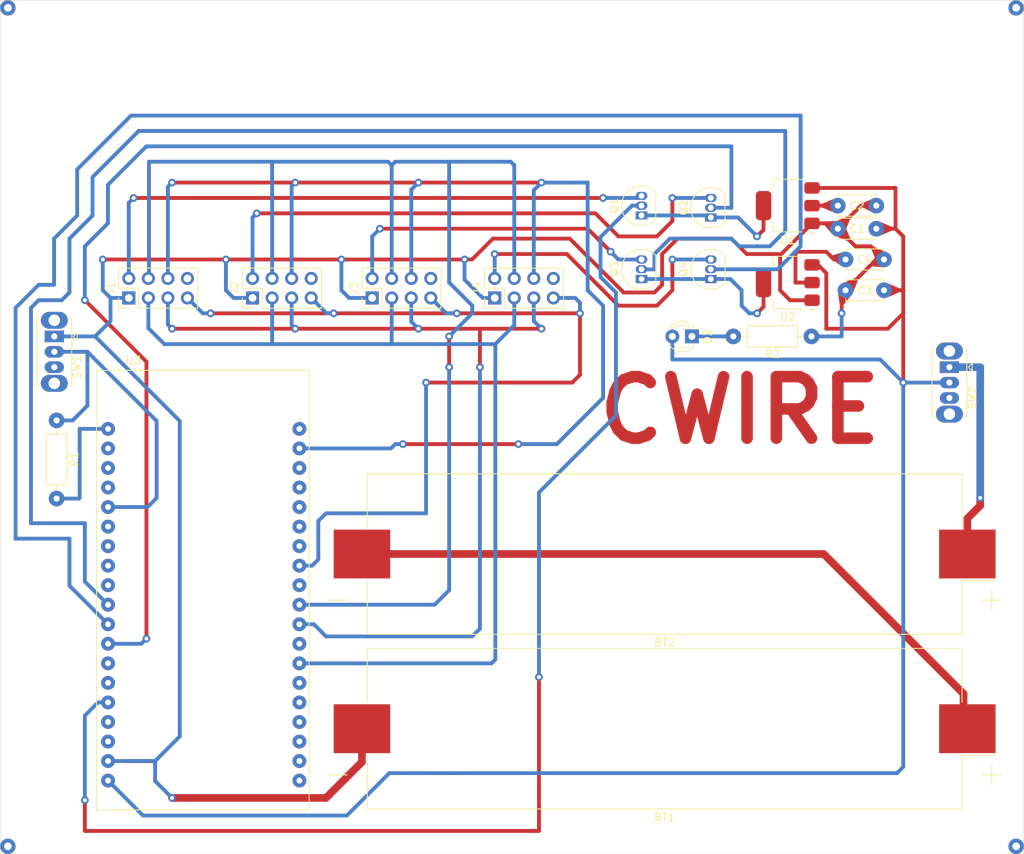
<source format=kicad_pcb>
(kicad_pcb (version 20240108) (generator "pcbnew") (generator_version "8.0")
  (layers (0 "F.Cu" signal) (31 "B.Cu" signal) (34 "B.Paste" user) (35 "F.Paste" user) (36 "B.SilkS" user "B.Silkscreen") (37 "F.SilkS" user "F.Silkscreen") (38 "B.Mask" user) (39 "F.Mask" user) (44 "Edge.Cuts" user))
  (net 0 "")
  (net 1 "Net-(BT1-+)")
  (net 2 "GND")
  (net 3 "Net-(BT2-+)")
  (net 4 "/Vbat")
  (net 5 "Net-(Q1-E)")
  (net 6 "Net-(Q3-E)")
  (net 7 "Net-(D2-K)")
  (net 8 "/MISO")
  (net 9 "/CS")
  (net 10 "/SCK")
  (net 12 "/T1")
  (net 13 "/CE")
  (net 14 "/MOSI")
  (net 16 "/T2")
  (net 18 "/T3")
  (net 20 "/T4")
  (net 21 "/GPIO13")
  (net 22 "/GPIO14")
  (net 23 "/GPIO26")
  (net 24 "/GPIO27")
  (net 25 "+3.3V")
  (net 26 "/MODE_SW")
  (footprint "Battery:BatteryHolder_Keystone_1042_1x18650" (layer "F.Cu") (at 153.33 127.71 180)
    (property "Reference" "BT1" (at 0 -11.5 0) (layer "F.SilkS"))
    (property "Value" "Battery")
    (pad "" np_thru_hole circle (at -35.93 -8 180) (size 2.39 2.39) (drill 2.39) (layers "*.Cu" "*.Mask"))
    (pad "" np_thru_hole circle (at -27.6 8 180) (size 3.45 3.45) (drill 3.45) (layers "*.Cu" "*.Mask"))
    (pad "" np_thru_hole circle (at 27.6 -8 180) (size 3.45 3.45) (drill 3.45) (layers "*.Cu" "*.Mask"))
    (pad "1" smd rect (at -39.33 0 180) (size 7.34 6.35) (layers "F.Cu" "F.Paste" "F.Mask") (net 1 "Net-(BT1-+)"))
    (pad "2" smd rect (at 39.33 0 180) (size 7.34 6.35) (layers "F.Cu" "F.Paste" "F.Mask") (net 2 "GND"))
  )
  (footprint "Package_TO_SOT_THT:TO-92_Inline" (layer "F.Cu") (at 150.33 69.25 90)
    (property "Reference" "Q3" (at 1.27 -3.56 90) (layer "F.SilkS"))
    (property "Value" "2N3906")
    (pad "1" thru_hole rect (at 0 0 90) (size 1.05 1.5) (drill 0.75) (layers "*.Cu" "*.Mask") (net 6 "Net-(Q3-E)"))
    (pad "2" thru_hole oval (at 1.27 0 90) (size 1.05 1.5) (drill 0.75) (layers "*.Cu" "*.Mask") (net 23 "/GPIO26"))
    (pad "3" thru_hole oval (at 2.54 0 90) (size 1.05 1.5) (drill 0.75) (layers "*.Cu" "*.Mask") (net 18 "/T3"))
  )
  (footprint "VIT Library:CAP_NP" (layer "F.Cu") (at 176.83 66.71)
    (property "Reference" "C4" (at 2.5 0 180) (layer "F.SilkS"))
    (property "Value" "10u")
    (pad "1" thru_hole circle (at 0 0) (size 2.032 2.032) (drill 0.7874) (layers "*.Cu" "*.Mask") (net 6 "Net-(Q3-E)"))
    (pad "2" thru_hole circle (at 5 0) (size 2.032 2.032) (drill 0.7874) (layers "*.Cu" "*.Mask") (net 2 "GND"))
  )
  (footprint "Connector_PinHeader_2.54mm:PinHeader_2x04_P2.54mm_Vertical" (layer "F.Cu") (at 115.33 71.71 90)
    (property "Reference" "J3" (at 1.27 -2.33 90) (layer "F.SilkS"))
    (property "Value" "Conn_02x04_Odd_Even")
    (pad "1" thru_hole rect (at 0 0 90) (size 1.7 1.7) (drill 1) (layers "*.Cu" "*.Mask") (net 2 "GND"))
    (pad "2" thru_hole oval (at 2.54 0 90) (size 1.7 1.7) (drill 1) (layers "*.Cu" "*.Mask") (net 18 "/T3"))
    (pad "3" thru_hole oval (at 0 2.54 90) (size 1.7 1.7) (drill 1) (layers "*.Cu" "*.Mask") (net 13 "/CE"))
    (pad "4" thru_hole oval (at 2.54 2.54 90) (size 1.7 1.7) (drill 1) (layers "*.Cu" "*.Mask") (net 9 "/CS"))
    (pad "5" thru_hole oval (at 0 5.08 90) (size 1.7 1.7) (drill 1) (layers "*.Cu" "*.Mask") (net 10 "/SCK"))
    (pad "6" thru_hole oval (at 2.54 5.08 90) (size 1.7 1.7) (drill 1) (layers "*.Cu" "*.Mask") (net 14 "/MOSI"))
    (pad "7" thru_hole oval (at 0 7.62 90) (size 1.7 1.7) (drill 1) (layers "*.Cu" "*.Mask") (net 8 "/MISO"))
    (pad "8" thru_hole oval (at 2.54 7.62 90) (size 1.7 1.7) (drill 1) (layers "*.Cu" "*.Mask"))
  )
  (footprint "Connector_PinHeader_2.54mm:PinHeader_2x04_P2.54mm_Vertical" (layer "F.Cu") (at 99.79 71.71 90)
    (property "Reference" "J2" (at 1.27 -2.33 90) (layer "F.SilkS"))
    (property "Value" "Conn_02x04_Odd_Even")
    (pad "1" thru_hole rect (at 0 0 90) (size 1.7 1.7) (drill 1) (layers "*.Cu" "*.Mask") (net 2 "GND"))
    (pad "2" thru_hole oval (at 2.54 0 90) (size 1.7 1.7) (drill 1) (layers "*.Cu" "*.Mask") (net 16 "/T2"))
    (pad "3" thru_hole oval (at 0 2.54 90) (size 1.7 1.7) (drill 1) (layers "*.Cu" "*.Mask") (net 13 "/CE"))
    (pad "4" thru_hole oval (at 2.54 2.54 90) (size 1.7 1.7) (drill 1) (layers "*.Cu" "*.Mask") (net 9 "/CS"))
    (pad "5" thru_hole oval (at 0 5.08 90) (size 1.7 1.7) (drill 1) (layers "*.Cu" "*.Mask") (net 10 "/SCK"))
    (pad "6" thru_hole oval (at 2.54 5.08 90) (size 1.7 1.7) (drill 1) (layers "*.Cu" "*.Mask") (net 14 "/MOSI"))
    (pad "7" thru_hole oval (at 0 7.62 90) (size 1.7 1.7) (drill 1) (layers "*.Cu" "*.Mask") (net 8 "/MISO"))
    (pad "8" thru_hole oval (at 2.54 7.62 90) (size 1.7 1.7) (drill 1) (layers "*.Cu" "*.Mask"))
  )
  (footprint "Battery:BatteryHolder_Keystone_1042_1x18650" (layer "F.Cu") (at 153.33 105 180)
    (property "Reference" "BT2" (at 0 -11.5 0) (layer "F.SilkS"))
    (property "Value" "Battery")
    (pad "" np_thru_hole circle (at -35.93 -8 180) (size 2.39 2.39) (drill 2.39) (layers "*.Cu" "*.Mask"))
    (pad "" np_thru_hole circle (at -27.6 8 180) (size 3.45 3.45) (drill 3.45) (layers "*.Cu" "*.Mask"))
    (pad "" np_thru_hole circle (at 27.6 -8 180) (size 3.45 3.45) (drill 3.45) (layers "*.Cu" "*.Mask"))
    (pad "1" smd rect (at -39.33 0 180) (size 7.34 6.35) (layers "F.Cu" "F.Paste" "F.Mask") (net 3 "Net-(BT2-+)"))
    (pad "2" smd rect (at 39.33 0 180) (size 7.34 6.35) (layers "F.Cu" "F.Paste" "F.Mask") (net 1 "Net-(BT1-+)"))
  )
  (footprint "Package_TO_SOT_SMD:SOT-223-3_TabPin2" (layer "F.Cu") (at 169.33 59.71 180)
    (property "Reference" "U1" (at 0 -4.5 0) (layer "F.SilkS"))
    (property "Value" "LM1117MP-3.3")
    (pad "1" smd roundrect (at -3.15 -2.3 180) (size 2 1.5) (layers "F.Cu" "F.Paste" "F.Mask") (net 2 "GND"))
    (pad "2" smd roundrect (at -3.15 0 180) (size 2 1.5) (layers "F.Cu" "F.Paste" "F.Mask") (net 5 "Net-(Q1-E)"))
    (pad "2" smd roundrect (at 3.15 0 180) (size 2 3.8) (layers "F.Cu" "F.Paste" "F.Mask") (net 5 "Net-(Q1-E)"))
    (pad "3" smd roundrect (at -3.15 2.3 180) (size 2 1.5) (layers "F.Cu" "F.Paste" "F.Mask") (net 4 "/Vbat"))
  )
  (footprint "Package_TO_SOT_THT:TO-92_Inline" (layer "F.Cu") (at 150.33 60.98 90)
    (property "Reference" "Q1" (at 1.27 -3.56 90) (layer "F.SilkS"))
    (property "Value" "2N3906")
    (pad "1" thru_hole rect (at 0 0 90) (size 1.05 1.5) (drill 0.75) (layers "*.Cu" "*.Mask") (net 5 "Net-(Q1-E)"))
    (pad "2" thru_hole oval (at 1.27 0 90) (size 1.05 1.5) (drill 0.75) (layers "*.Cu" "*.Mask") (net 21 "/GPIO13"))
    (pad "3" thru_hole oval (at 2.54 0 90) (size 1.05 1.5) (drill 0.75) (layers "*.Cu" "*.Mask") (net 12 "/T1"))
  )
  (footprint "Package_TO_SOT_THT:TO-92_Inline" (layer "F.Cu") (at 159.33 69.25 90)
    (property "Reference" "Q4" (at 1.27 -3.56 90) (layer "F.SilkS"))
    (property "Value" "2N3906")
    (pad "1" thru_hole rect (at 0 0 90) (size 1.05 1.5) (drill 0.75) (layers "*.Cu" "*.Mask") (net 6 "Net-(Q3-E)"))
    (pad "2" thru_hole oval (at 1.27 0 90) (size 1.05 1.5) (drill 0.75) (layers "*.Cu" "*.Mask") (net 24 "/GPIO27"))
    (pad "3" thru_hole oval (at 2.54 0 90) (size 1.05 1.5) (drill 0.75) (layers "*.Cu" "*.Mask") (net 20 "/T4"))
  )
  (footprint "Button_Switch_THT:SW_Slide_SPDT_Straight_CK_OS102011MS2Q" (layer "F.Cu") (at 74.0325 76.71 -90)
    (property "Reference" "SW1" (at 3.99 -2.99 90) (layer "F.SilkS"))
    (property "Value" "SW_SPST")
    (pad "" thru_hole oval (at -2.1 0 270) (size 2.2 3.5) (drill 1.5) (layers "*.Cu" "*.Mask"))
    (pad "" thru_hole oval (at 6.1 0 270) (size 2.2 3.5) (drill 1.5) (layers "*.Cu" "*.Mask"))
    (pad "1" thru_hole rect (at 0 0 270) (size 1.5 2.5) (drill 0.8) (layers "*.Cu" "*.Mask") (net 2 "GND"))
    (pad "2" thru_hole oval (at 2 0 270) (size 1.5 2.5) (drill 0.8) (layers "*.Cu" "*.Mask") (net 26 "/MODE_SW"))
    (pad "3" thru_hole oval (at 4 0 270) (size 1.5 2.5) (drill 0.8) (layers "*.Cu" "*.Mask"))
  )
  (footprint "Connector_PinHeader_2.54mm:PinHeader_2x04_P2.54mm_Vertical" (layer "F.Cu") (at 83.71 71.71 90)
    (property "Reference" "J1" (at 1.27 -2.33 90) (layer "F.SilkS"))
    (property "Value" "Conn_02x04_Odd_Even")
    (pad "1" thru_hole rect (at 0 0 90) (size 1.7 1.7) (drill 1) (layers "*.Cu" "*.Mask") (net 2 "GND"))
    (pad "2" thru_hole oval (at 2.54 0 90) (size 1.7 1.7) (drill 1) (layers "*.Cu" "*.Mask") (net 12 "/T1"))
    (pad "3" thru_hole oval (at 0 2.54 90) (size 1.7 1.7) (drill 1) (layers "*.Cu" "*.Mask") (net 13 "/CE"))
    (pad "4" thru_hole oval (at 2.54 2.54 90) (size 1.7 1.7) (drill 1) (layers "*.Cu" "*.Mask") (net 9 "/CS"))
    (pad "5" thru_hole oval (at 0 5.08 90) (size 1.7 1.7) (drill 1) (layers "*.Cu" "*.Mask") (net 10 "/SCK"))
    (pad "6" thru_hole oval (at 2.54 5.08 90) (size 1.7 1.7) (drill 1) (layers "*.Cu" "*.Mask") (net 14 "/MOSI"))
    (pad "7" thru_hole oval (at 0 7.62 90) (size 1.7 1.7) (drill 1) (layers "*.Cu" "*.Mask") (net 8 "/MISO"))
    (pad "8" thru_hole oval (at 2.54 7.62 90) (size 1.7 1.7) (drill 1) (layers "*.Cu" "*.Mask"))
  )
  (footprint "VIT Library:R" (layer "F.Cu") (at 74.33 97.79 90)
    (property "Reference" "R1" (at 5.08 2.286 90) (layer "F.SilkS"))
    (property "Value" "10k")
    (pad "1" thru_hole circle (at 0 0 90) (size 2.032 2.032) (drill 0.8) (layers "*.Cu" "*.Mask") (net 25 "+3.3V"))
    (pad "2" thru_hole circle (at 10.16 0 90) (size 2.032 2.032) (drill 0.8) (layers "*.Cu" "*.Mask") (net 26 "/MODE_SW"))
  )
  (footprint "VIT Library:LED_D3.0mm" (layer "F.Cu") (at 156.87 76.71 180)
    (property "Reference" "D2" (at -2.027 0 90) (layer "F.SilkS"))
    (property "Value" "LED")
    (pad "1" thru_hole rect (at 0 0 180) (size 1.8 1.8) (drill 0.9) (layers "*.Cu" "*.Mask") (net 7 "Net-(D2-K)"))
    (pad "2" thru_hole circle (at 2.54 0 180) (size 1.8 1.8) (drill 0.9) (layers "*.Cu" "*.Mask") (net 4 "/Vbat"))
  )
  (footprint "VIT Library:ESP32S_AITHINKER_DEV_BRD" (layer "F.Cu") (at 83.015 88.7325)
    (property "Reference" "U3" (at 1.27 -8.89 0) (layer "F.SilkS"))
    (property "Value" "~")
    (pad "1" thru_hole circle (at -2 0) (size 1.8034 1.8034) (drill 0.762) (layers "*.Cu" "*.Mask") (net 25 "+3.3V"))
    (pad "2" thru_hole circle (at -2 2.54) (size 1.8034 1.8034) (drill 0.762) (layers "*.Cu" "*.Mask"))
    (pad "3" thru_hole circle (at -2 5.08) (size 1.8034 1.8034) (drill 0.762) (layers "*.Cu" "*.Mask"))
    (pad "4" thru_hole circle (at -2 7.62) (size 1.8034 1.8034) (drill 0.762) (layers "*.Cu" "*.Mask"))
    (pad "5" thru_hole circle (at -2 10.16) (size 1.8034 1.8034) (drill 0.762) (layers "*.Cu" "*.Mask") (net 26 "/MODE_SW"))
    (pad "6" thru_hole circle (at -2 12.7) (size 1.8034 1.8034) (drill 0.762) (layers "*.Cu" "*.Mask"))
    (pad "7" thru_hole circle (at -2 15.24) (size 1.8034 1.8034) (drill 0.762) (layers "*.Cu" "*.Mask"))
    (pad "8" thru_hole circle (at -2 17.78) (size 1.8034 1.8034) (drill 0.762) (layers "*.Cu" "*.Mask"))
    (pad "9" thru_hole circle (at -2 20.32) (size 1.8034 1.8034) (drill 0.762) (layers "*.Cu" "*.Mask"))
    (pad "10" thru_hole circle (at -2 22.86) (size 1.8034 1.8034) (drill 0.762) (layers "*.Cu" "*.Mask") (net 23 "/GPIO26"))
    (pad "11" thru_hole circle (at -2 25.4) (size 1.8034 1.8034) (drill 0.762) (layers "*.Cu" "*.Mask") (net 24 "/GPIO27"))
    (pad "12" thru_hole circle (at -2 27.94) (size 1.8034 1.8034) (drill 0.762) (layers "*.Cu" "*.Mask") (net 22 "/GPIO14"))
    (pad "13" thru_hole circle (at -2 30.48) (size 1.8034 1.8034) (drill 0.762) (layers "*.Cu" "*.Mask"))
    (pad "14" thru_hole circle (at -2 33.02) (size 1.8034 1.8034) (drill 0.762) (layers "*.Cu" "*.Mask"))
    (pad "15" thru_hole circle (at -2 35.56) (size 1.8034 1.8034) (drill 0.762) (layers "*.Cu" "*.Mask") (net 21 "/GPIO13"))
    (pad "16" thru_hole circle (at -2 38.1) (size 1.8034 1.8034) (drill 0.762) (layers "*.Cu" "*.Mask"))
    (pad "17" thru_hole circle (at -2 40.64) (size 1.8034 1.8034) (drill 0.762) (layers "*.Cu" "*.Mask"))
    (pad "18" thru_hole circle (at -2 43.18) (size 1.8034 1.8034) (drill 0.762) (layers "*.Cu" "*.Mask") (net 2 "GND"))
    (pad "19" thru_hole circle (at -2 45.72) (size 1.8034 1.8034) (drill 0.762) (layers "*.Cu" "*.Mask") (net 4 "/Vbat"))
    (pad "20" thru_hole circle (at 22.86 45.72) (size 1.8034 1.8034) (drill 0.762) (layers "*.Cu" "*.Mask"))
    (pad "21" thru_hole circle (at 22.86 43.18) (size 1.8034 1.8034) (drill 0.762) (layers "*.Cu" "*.Mask"))
    (pad "22" thru_hole circle (at 22.86 40.64) (size 1.8034 1.8034) (drill 0.762) (layers "*.Cu" "*.Mask"))
    (pad "23" thru_hole circle (at 22.86 38.1) (size 1.8034 1.8034) (drill 0.762) (layers "*.Cu" "*.Mask"))
    (pad "24" thru_hole circle (at 22.86 35.56) (size 1.8034 1.8034) (drill 0.762) (layers "*.Cu" "*.Mask"))
    (pad "25" thru_hole circle (at 22.86 33.02) (size 1.8034 1.8034) (drill 0.762) (layers "*.Cu" "*.Mask"))
    (pad "26" thru_hole circle (at 22.86 30.48) (size 1.8034 1.8034) (drill 0.762) (layers "*.Cu" "*.Mask") (net 13 "/CE"))
    (pad "27" thru_hole circle (at 22.86 27.94) (size 1.8034 1.8034) (drill 0.762) (layers "*.Cu" "*.Mask"))
    (pad "28" thru_hole circle (at 22.86 25.4) (size 1.8034 1.8034) (drill 0.762) (layers "*.Cu" "*.Mask") (net 10 "/SCK"))
    (pad "29" thru_hole circle (at 22.86 22.86) (size 1.8034 1.8034) (drill 0.762) (layers "*.Cu" "*.Mask") (net 9 "/CS"))
    (pad "30" thru_hole circle (at 22.86 20.32) (size 1.8034 1.8034) (drill 0.762) (layers "*.Cu" "*.Mask"))
    (pad "31" thru_hole circle (at 22.86 17.78) (size 1.8034 1.8034) (drill 0.762) (layers "*.Cu" "*.Mask") (net 8 "/MISO"))
    (pad "32" thru_hole circle (at 22.86 15.24) (size 1.8034 1.8034) (drill 0.762) (layers "*.Cu" "*.Mask"))
    (pad "33" thru_hole circle (at 22.86 12.7) (size 1.8034 1.8034) (drill 0.762) (layers "*.Cu" "*.Mask"))
    (pad "34" thru_hole circle (at 22.86 10.16) (size 1.8034 1.8034) (drill 0.762) (layers "*.Cu" "*.Mask"))
    (pad "35" thru_hole circle (at 22.86 7.62) (size 1.8034 1.8034) (drill 0.762) (layers "*.Cu" "*.Mask"))
    (pad "36" thru_hole circle (at 22.86 5.08) (size 1.8034 1.8034) (drill 0.762) (layers "*.Cu" "*.Mask"))
    (pad "37" thru_hole circle (at 22.86 2.54) (size 1.8034 1.8034) (drill 0.762) (layers "*.Cu" "*.Mask") (net 14 "/MOSI"))
    (pad "38" thru_hole circle (at 22.86 0) (size 1.8034 1.8034) (drill 0.762) (layers "*.Cu" "*.Mask"))
  )
  (footprint "Package_TO_SOT_SMD:SOT-223-3_TabPin2" (layer "F.Cu") (at 169.33 69.71 180)
    (property "Reference" "U2" (at 0 -4.5 0) (layer "F.SilkS"))
    (property "Value" "LM1117MP-3.3")
    (pad "1" smd roundrect (at -3.15 -2.3 180) (size 2 1.5) (layers "F.Cu" "F.Paste" "F.Mask") (net 2 "GND"))
    (pad "2" smd roundrect (at -3.15 0 180) (size 2 1.5) (layers "F.Cu" "F.Paste" "F.Mask") (net 6 "Net-(Q3-E)"))
    (pad "2" smd roundrect (at 3.15 0 180) (size 2 3.8) (layers "F.Cu" "F.Paste" "F.Mask") (net 6 "Net-(Q3-E)"))
    (pad "3" smd roundrect (at -3.15 2.3 180) (size 2 1.5) (layers "F.Cu" "F.Paste" "F.Mask") (net 4 "/Vbat"))
  )
  (footprint "VIT Library:CAP_NP" (layer "F.Cu") (at 175.83 59.71)
    (property "Reference" "C2" (at 2.5 0 180) (layer "F.SilkS"))
    (property "Value" "10u")
    (pad "1" thru_hole circle (at 0 0) (size 2.032 2.032) (drill 0.7874) (layers "*.Cu" "*.Mask") (net 5 "Net-(Q1-E)"))
    (pad "2" thru_hole circle (at 5 0) (size 2.032 2.032) (drill 0.7874) (layers "*.Cu" "*.Mask") (net 2 "GND"))
  )
  (footprint "VIT Library:CAP_NP" (layer "F.Cu") (at 181.83 70.71 180)
    (property "Reference" "C3" (at 2.5 0 0) (layer "F.SilkS"))
    (property "Value" "10u")
    (pad "1" thru_hole circle (at 0 0 180) (size 2.032 2.032) (drill 0.7874) (layers "*.Cu" "*.Mask") (net 4 "/Vbat"))
    (pad "2" thru_hole circle (at 5 0 180) (size 2.032 2.032) (drill 0.7874) (layers "*.Cu" "*.Mask") (net 2 "GND"))
  )
  (footprint "Package_TO_SOT_THT:TO-92_Inline" (layer "F.Cu") (at 159.33 61.25 90)
    (property "Reference" "Q2" (at 1.27 -3.56 90) (layer "F.SilkS"))
    (property "Value" "2N3906")
    (pad "1" thru_hole rect (at 0 0 90) (size 1.05 1.5) (drill 0.75) (layers "*.Cu" "*.Mask") (net 5 "Net-(Q1-E)"))
    (pad "2" thru_hole oval (at 1.27 0 90) (size 1.05 1.5) (drill 0.75) (layers "*.Cu" "*.Mask") (net 22 "/GPIO14"))
    (pad "3" thru_hole oval (at 2.54 0 90) (size 1.05 1.5) (drill 0.75) (layers "*.Cu" "*.Mask") (net 16 "/T2"))
  )
  (footprint "Button_Switch_THT:SW_Slide_SPDT_Straight_CK_OS102011MS2Q" (layer "F.Cu") (at 190.33 80.71 -90)
    (property "Reference" "SW2" (at 3.99 -2.99 90) (layer "F.SilkS"))
    (property "Value" "SW_SPST")
    (pad "" thru_hole oval (at -2.1 0 270) (size 2.2 3.5) (drill 1.5) (layers "*.Cu" "*.Mask"))
    (pad "" thru_hole oval (at 6.1 0 270) (size 2.2 3.5) (drill 1.5) (layers "*.Cu" "*.Mask"))
    (pad "1" thru_hole rect (at 0 0 270) (size 1.5 2.5) (drill 0.8) (layers "*.Cu" "*.Mask") (net 3 "Net-(BT2-+)"))
    (pad "2" thru_hole oval (at 2 0 270) (size 1.5 2.5) (drill 0.8) (layers "*.Cu" "*.Mask") (net 4 "/Vbat"))
    (pad "3" thru_hole oval (at 4 0 270) (size 1.5 2.5) (drill 0.8) (layers "*.Cu" "*.Mask"))
  )
  (footprint "VIT Library:CAP_NP" (layer "F.Cu") (at 180.83 62.71 180)
    (property "Reference" "C1" (at 2.5 0 0) (layer "F.SilkS"))
    (property "Value" "10u")
    (pad "1" thru_hole circle (at 0 0 180) (size 2.032 2.032) (drill 0.7874) (layers "*.Cu" "*.Mask") (net 4 "/Vbat"))
    (pad "2" thru_hole circle (at 5 0 180) (size 2.032 2.032) (drill 0.7874) (layers "*.Cu" "*.Mask") (net 2 "GND"))
  )
  (footprint "Connector_PinHeader_2.54mm:PinHeader_2x04_P2.54mm_Vertical" (layer "F.Cu") (at 131.25 71.71 90)
    (property "Reference" "J4" (at 1.27 -2.33 90) (layer "F.SilkS"))
    (property "Value" "Conn_02x04_Odd_Even")
    (pad "1" thru_hole rect (at 0 0 90) (size 1.7 1.7) (drill 1) (layers "*.Cu" "*.Mask") (net 2 "GND"))
    (pad "2" thru_hole oval (at 2.54 0 90) (size 1.7 1.7) (drill 1) (layers "*.Cu" "*.Mask") (net 20 "/T4"))
    (pad "3" thru_hole oval (at 0 2.54 90) (size 1.7 1.7) (drill 1) (layers "*.Cu" "*.Mask") (net 13 "/CE"))
    (pad "4" thru_hole oval (at 2.54 2.54 90) (size 1.7 1.7) (drill 1) (layers "*.Cu" "*.Mask") (net 9 "/CS"))
    (pad "5" thru_hole oval (at 0 5.08 90) (size 1.7 1.7) (drill 1) (layers "*.Cu" "*.Mask") (net 10 "/SCK"))
    (pad "6" thru_hole oval (at 2.54 5.08 90) (size 1.7 1.7) (drill 1) (layers "*.Cu" "*.Mask") (net 14 "/MOSI"))
    (pad "7" thru_hole oval (at 0 7.62 90) (size 1.7 1.7) (drill 1) (layers "*.Cu" "*.Mask") (net 8 "/MISO"))
    (pad "8" thru_hole oval (at 2.54 7.62 90) (size 1.7 1.7) (drill 1) (layers "*.Cu" "*.Mask"))
  )
  (footprint "VIT Library:R" (layer "F.Cu") (at 162.25 76.71)
    (property "Reference" "R2" (at 5.08 2.286 0) (layer "F.SilkS"))
    (property "Value" "1k")
    (pad "1" thru_hole circle (at 0 0) (size 2.032 2.032) (drill 0.8) (layers "*.Cu" "*.Mask") (net 7 "Net-(D2-K)"))
    (pad "2" thru_hole circle (at 10.16 0) (size 2.032 2.032) (drill 0.8) (layers "*.Cu" "*.Mask") (net 2 "GND"))
  )
  (gr_rect (start 67 33) (end 200 144) (stroke (width 0.05)) (fill none) (layer "Edge.Cuts"))
  (gr_text "CWIRE" (at 144 91 0) (layer "F.Cu") (effects (font (size 8 8) (thickness 1.5) (bold yes)) (justify left bottom)))
  (via (at 199 143) (size 2) (drill 1) (layers "F.Cu" "B.Cu") (net 0))
  (via (at 199 34) (size 2) (drill 1) (layers "F.Cu" "B.Cu") (net 0))
  (via (at 68 143) (size 2) (drill 1) (layers "F.Cu" "B.Cu") (net 0))
  (via (at 68 34) (size 2) (drill 1) (layers "F.Cu" "B.Cu") (net 0))
  (segment (start 192.165 123.165) (end 174 105) (width 1) (layer "F.Cu") (net 1))
  (segment (start 174 105) (end 114 105) (width 1) (layer "F.Cu") (net 1))
  (segment (start 192.165 127.71) (end 192.165 123.165) (width 1) (layer "F.Cu") (net 1))
  (segment (start 192.66 127.71) (end 192.165 127.71) (width 0.5) (layer "F.Cu") (net 1))
  (segment (start 176.33 73.71) (end 176.33 71.21) (width 0.5) (layer "F.Cu") (net 2))
  (segment (start 127.33 66.71) (end 128.31 66.71) (width 0.5) (layer "F.Cu") (net 2))
  (segment (start 169.63 72.01) (end 172.48 72.01) (width 0.5) (layer "F.Cu") (net 2))
  (segment (start 180.83 59.71) (end 178.83 59.71) (width 0.5) (layer "F.Cu") (net 2))
  (segment (start 175.13 62.01) (end 175.83 62.71) (width 0.5) (layer "F.Cu") (net 2))
  (segment (start 141 64) (end 148 71) (width 0.5) (layer "F.Cu") (net 2))
  (segment (start 109.33 136.71) (end 89.33 136.71) (width 1) (layer "F.Cu") (net 2))
  (segment (start 131.02 64) (end 141 64) (width 0.5) (layer "F.Cu") (net 2))
  (segment (start 152 71) (end 153 70) (width 0.5) (layer "F.Cu") (net 2))
  (segment (start 172.48 76.64) (end 172.41 76.71) (width 0.5) (layer "F.Cu") (net 2))
  (segment (start 162 64) (end 164 66) (width 0.5) (layer "F.Cu") (net 2))
  (segment (start 153 66) (end 155 64) (width 0.5) (layer "F.Cu") (net 2))
  (segment (start 176.33 71.21) (end 176.83 70.71) (width 0.5) (layer "F.Cu") (net 2))
  (segment (start 148 71) (end 152 71) (width 0.5) (layer "F.Cu") (net 2))
  (segment (start 176.83 70.71) (end 180.83 66.71) (width 0.5) (layer "F.Cu") (net 2))
  (segment (start 168.33 66.16) (end 168.33 70.71) (width 0.5) (layer "F.Cu") (net 2))
  (segment (start 128.31 66.71) (end 131.02 64) (width 0.5) (layer "F.Cu") (net 2))
  (segment (start 168.33 70.71) (end 169.63 72.01) (width 0.5) (layer "F.Cu") (net 2))
  (segment (start 172.78 61.71) (end 172.48 62.01) (width 0.5) (layer "F.Cu") (net 2))
  (segment (start 180.83 66.71) (end 181.83 66.71) (width 0.5) (layer "F.Cu") (net 2))
  (segment (start 178.12 65) (end 175.83 62.71) (width 0.5) (layer "F.Cu") (net 2))
  (segment (start 114 132.04) (end 109.33 136.71) (width 1) (layer "F.Cu") (net 2))
  (segment (start 155 64) (end 162 64) (width 0.5) (layer "F.Cu") (net 2))
  (segment (start 80.33 66.71) (end 96.33 66.71) (width 0.5) (layer "F.Cu") (net 2))
  (segment (start 180.12 65) (end 178.12 65) (width 0.5) (layer "F.Cu") (net 2))
  (segment (start 114 127.71) (end 114 132.04) (width 1) (layer "F.Cu") (net 2))
  (segment (start 168.17 66) (end 168.33 66.16) (width 0.5) (layer "F.Cu") (net 2))
  (segment (start 96.33 66.71) (end 111.33 66.71) (width 0.5) (layer "F.Cu") (net 2))
  (segment (start 153 70) (end 153 66) (width 0.5) (layer "F.Cu") (net 2))
  (segment (start 181.83 66.71) (end 180.12 65) (width 0.5) (layer "F.Cu") (net 2))
  (segment (start 172.48 62.01) (end 175.13 62.01) (width 0.5) (layer "F.Cu") (net 2))
  (segment (start 172.48 62.01) (end 168.33 66.16) (width 0.5) (layer "F.Cu") (net 2))
  (segment (start 178.83 59.71) (end 175.83 62.71) (width 0.5) (layer "F.Cu") (net 2))
  (segment (start 164 66) (end 168.17 66) (width 0.5) (layer "F.Cu") (net 2))
  (segment (start 111.33 66.71) (end 127.33 66.71) (width 0.5) (layer "F.Cu") (net 2))
  (via (at 176.33 73.71) (size 1) (drill 0.5) (layers "F.Cu" "B.Cu") (net 2))
  (via (at 96.33 66.71) (size 1) (drill 0.5) (layers "F.Cu" "B.Cu") (net 2))
  (via (at 127.33 66.71) (size 1) (drill 0.5) (layers "F.Cu" "B.Cu") (net 2))
  (via (at 111.33 66.71) (size 1) (drill 0.5) (layers "F.Cu" "B.Cu") (net 2))
  (via (at 89.33 136.71) (size 1) (drill 0.5) (layers "F.Cu" "B.Cu") (net 2))
  (via (at 80.33 66.71) (size 1) (drill 0.5) (layers "F.Cu" "B.Cu") (net 2))
  (segment (start 90.33 87.71) (end 90.33 128.71) (width 0.5) (layer "B.Cu") (net 2))
  (segment (start 97.33 71.71) (end 96.33 70.71) (width 0.5) (layer "B.Cu") (net 2))
  (segment (start 87.1275 131.9125) (end 81.015 131.9125) (width 0.5) (layer "B.Cu") (net 2))
  (segment (start 74.0325 76.71) (end 79.33 76.71) (width 0.5) (layer "B.Cu") (net 2))
  (segment (start 81.33 74.71) (end 81.33 71.71) (width 0.5) (layer "B.Cu") (net 2))
  (segment (start 131.25 71.71) (end 129.71 71.71) (width 0.5) (layer "B.Cu") (net 2))
  (segment (start 127.33 69.33) (end 127.33 66.71) (width 0.5) (layer "B.Cu") (net 2))
  (segment (start 129.71 71.71) (end 127.33 69.33) (width 0.5) (layer "B.Cu") (net 2))
  (segment (start 115.33 71.71) (end 112.33 71.71) (width 0.5) (layer "B.Cu") (net 2))
  (segment (start 79.33 76.71) (end 90.33 87.71) (width 0.5) (layer "B.Cu") (net 2))
  (segment (start 99.79 71.71) (end 97.33 71.71) (width 0.5) (layer "B.Cu") (net 2))
  (segment (start 80.33 70.71) (end 80.33 66.71) (width 0.5) (layer "B.Cu") (net 2))
  (segment (start 96.33 70.71) (end 96.33 66.71) (width 0.5) (layer "B.Cu") (net 2))
  (segment (start 83.71 71.71) (end 81.33 71.71) (width 0.5) (layer "B.Cu") (net 2))
  (segment (start 112.33 71.71) (end 111.33 70.71) (width 0.5) (layer "B.Cu") (net 2))
  (segment (start 176.33 76.71) (end 176.33 73.71) (width 0.5) (layer "B.Cu") (net 2))
  (segment (start 111.33 70.71) (end 111.33 66.71) (width 0.5) (layer "B.Cu") (net 2))
  (segment (start 87.1275 134.5075) (end 87.1275 131.9125) (width 0.5) (layer "B.Cu") (net 2))
  (segment (start 89.33 136.71) (end 87.1275 134.5075) (width 0.5) (layer "B.Cu") (net 2))
  (segment (start 90.33 128.71) (end 87.1275 131.9125) (width 0.5) (layer "B.Cu") (net 2))
  (segment (start 87.1275 131.9125) (end 83.33 131.9125) (width 0.5) (layer "B.Cu") (net 2))
  (segment (start 79.33 76.71) (end 81.33 74.71) (width 0.5) (layer "B.Cu") (net 2))
  (segment (start 81.33 71.71) (end 80.33 70.71) (width 0.5) (layer "B.Cu") (net 2))
  (segment (start 172.41 76.71) (end 176.33 76.71) (width 0.5) (layer "B.Cu") (net 2))
  (segment (start 192.66 100.38) (end 192.66 105) (width 1) (layer "F.Cu") (net 3))
  (segment (start 194.33 98.71) (end 192.66 100.38) (width 1) (layer "F.Cu") (net 3))
  (segment (start 194.33 97.71) (end 194.33 98.71) (width 1) (layer "F.Cu") (net 3))
  (via (at 194.33 97.71) (size 1) (drill 0.5) (layers "F.Cu" "B.Cu") (net 3))
  (segment (start 194.33 80.71) (end 194.33 97.71) (width 1) (layer "B.Cu") (net 3))
  (segment (start 190.33 80.71) (end 194.33 80.71) (width 1) (layer "B.Cu") (net 3))
  (segment (start 180.83 62.71) (end 183.33 62.71) (width 0.5) (layer "F.Cu") (net 4))
  (segment (start 183.33 61.71) (end 183.33 57.41) (width 0.5) (layer "F.Cu") (net 4))
  (segment (start 182.33 75.71) (end 184.33 73.71) (width 0.5) (layer "F.Cu") (net 4))
  (segment (start 183.33 57.41) (end 172.48 57.41) (width 0.5) (layer "F.Cu") (net 4))
  (segment (start 181.83 70.71) (end 184.33 70.71) (width 0.5) (layer "F.Cu") (net 4))
  (segment (start 184.33 73.71) (end 184.33 70.71) (width 0.5) (layer "F.Cu") (net 4))
  (segment (start 174.33 68.485) (end 174.33 75.71) (width 0.5) (layer "F.Cu") (net 4))
  (segment (start 183.33 62.71) (end 183.33 61.71) (width 0.5) (layer "F.Cu") (net 4))
  (segment (start 184.33 82.71) (end 184.33 73.71) (width 0.5) (layer "F.Cu") (net 4))
  (segment (start 184.33 70.71) (end 184.33 63.71) (width 0.5) (layer "F.Cu") (net 4))
  (segment (start 172.48 67.41) (end 173.255 67.41) (width 0.5) (layer "F.Cu") (net 4))
  (segment (start 173.255 67.41) (end 174.33 68.485) (width 0.5) (layer "F.Cu") (net 4))
  (segment (start 174.33 75.71) (end 182.33 75.71) (width 0.5) (layer "F.Cu") (net 4))
  (segment (start 184.33 63.71) (end 183.33 62.71) (width 0.5) (layer "F.Cu") (net 4))
  (via (at 184.33 82.71) (size 1) (drill 0.5) (layers "F.Cu" "B.Cu") (net 4))
  (segment (start 190.33 82.71) (end 184.33 82.71) (width 0.5) (layer "B.Cu") (net 4))
  (segment (start 154.33 76.71) (end 154.33 79.71) (width 0.5) (layer "B.Cu") (net 4))
  (segment (start 154.33 79.71) (end 181.33 79.71) (width 0.5) (layer "B.Cu") (net 4))
  (segment (start 181.33 79.71) (end 184.33 82.71) (width 0.5) (layer "B.Cu") (net 4))
  (segment (start 117.555 133.485) (end 112.04 139) (width 0.5) (layer "B.Cu") (net 4))
  (segment (start 183.515 133.485) (end 117.555 133.485) (width 0.5) (layer "B.Cu") (net 4))
  (segment (start 112.04 139) (end 85.5625 139) (width 0.5) (layer "B.Cu") (net 4))
  (segment (start 184.33 82.71) (end 184.33 132.67) (width 0.5) (layer "B.Cu") (net 4))
  (segment (start 85.5625 139) (end 81.015 134.4525) (width 0.5) (layer "B.Cu") (net 4))
  (segment (start 184.33 132.67) (end 183.515 133.485) (width 0.5) (layer "B.Cu") (net 4))
  (segment (start 175.83 59.71) (end 172.48 59.71) (width 0.5) (layer "F.Cu") (net 5))
  (segment (start 166.18 59.71) (end 166.18 62.86) (width 0.5) (layer "F.Cu") (net 5))
  (segment (start 166.18 62.86) (end 165.33 63.71) (width 0.5) (layer "F.Cu") (net 5))
  (via (at 165.33 63.71) (size 1) (drill 0.5) (layers "F.Cu" "B.Cu") (net 5))
  (segment (start 165.33 63.71) (end 162.87 61.25) (width 0.5) (layer "B.Cu") (net 5))
  (segment (start 150.33 60.98) (end 159.06 60.98) (width 0.5) (layer "B.Cu") (net 5))
  (segment (start 162.87 61.25) (end 159.33 61.25) (width 0.5) (layer "B.Cu") (net 5))
  (segment (start 159.06 60.98) (end 159.33 61.25) (width 0.5) (layer "B.Cu") (net 5))
  (segment (start 175.33 66.71) (end 174.33 65.71) (width 0.5) (layer "F.Cu") (net 6))
  (segment (start 166.18 69.71) (end 166.18 72.86) (width 0.5) (layer "F.Cu") (net 6))
  (segment (start 170.33 69.71) (end 172.48 69.71) (width 0.5) (layer "F.Cu") (net 6))
  (segment (start 176.83 66.71) (end 175.33 66.71) (width 0.5) (layer "F.Cu") (net 6))
  (segment (start 170.33 65.71) (end 170.33 69.71) (width 0.5) (layer "F.Cu") (net 6))
  (segment (start 174.33 65.71) (end 170.33 65.71) (width 0.5) (layer "F.Cu") (net 6))
  (segment (start 166.18 72.86) (end 165.33 73.71) (width 0.5) (layer "F.Cu") (net 6))
  (via (at 165.33 73.71) (size 1) (drill 0.5) (layers "F.Cu" "B.Cu") (net 6))
  (segment (start 150.33 69.25) (end 159.33 69.25) (width 0.5) (layer "B.Cu") (net 6))
  (segment (start 165.33 73.71) (end 164.33 73.71) (width 0.5) (layer "B.Cu") (net 6))
  (segment (start 163.33 72.71) (end 163.33 70.71) (width 0.5) (layer "B.Cu") (net 6))
  (segment (start 161.87 69.25) (end 159.33 69.25) (width 0.5) (layer "B.Cu") (net 6))
  (segment (start 164.33 73.71) (end 163.33 72.71) (width 0.5) (layer "B.Cu") (net 6))
  (segment (start 163.33 70.71) (end 161.87 69.25) (width 0.5) (layer "B.Cu") (net 6))
  (segment (start 156.87 76.71) (end 162.25 76.71) (width 0.5) (layer "B.Cu") (net 7))
  (segment (start 126.33 73.71) (end 142.33 73.71) (width 0.5) (layer "F.Cu") (net 8))
  (segment (start 141.33 82.71) (end 142.33 81.71) (width 0.5) (layer "F.Cu") (net 8))
  (segment (start 122.33 82.71) (end 141.33 82.71) (width 0.5) (layer "F.Cu") (net 8))
  (segment (start 94.33 73.71) (end 110.33 73.71) (width 0.5) (layer "F.Cu") (net 8))
  (segment (start 110.33 73.71) (end 126.33 73.71) (width 0.5) (layer "F.Cu") (net 8))
  (segment (start 142.33 81.71) (end 142.33 73.71) (width 0.5) (layer "F.Cu") (net 8))
  (via (at 110.33 73.71) (size 1) (drill 0.5) (layers "F.Cu" "B.Cu") (net 8))
  (via (at 142.33 73.71) (size 1) (drill 0.5) (layers "F.Cu" "B.Cu") (net 8))
  (via (at 122.33 82.71) (size 1) (drill 0.5) (layers "F.Cu" "B.Cu") (net 8))
  (via (at 126.33 73.71) (size 1) (drill 0.5) (layers "F.Cu" "B.Cu") (net 8))
  (via (at 94.33 73.71) (size 1) (drill 0.5) (layers "F.Cu" "B.Cu") (net 8))
  (segment (start 122.95 71.71) (end 124.95 73.71) (width 0.5) (layer "B.Cu") (net 8))
  (segment (start 108.33 100.71) (end 109.33 99.71) (width 0.5) (layer "B.Cu") (net 8))
  (segment (start 138.87 71.71) (end 141.71 71.71) (width 0.5) (layer "B.Cu") (net 8))
  (segment (start 91.33 71.71) (end 93.33 73.71) (width 0.5) (layer "B.Cu") (net 8))
  (segment (start 108.33 105.71) (end 108.33 100.71) (width 0.5) (layer "B.Cu") (net 8))
  (segment (start 107.41 71.71) (end 109.41 73.71) (width 0.5) (layer "B.Cu") (net 8))
  (segment (start 124.95 73.71) (end 126.33 73.71) (width 0.5) (layer "B.Cu") (net 8))
  (segment (start 122.33 99.71) (end 122.33 82.71) (width 0.5) (layer "B.Cu") (net 8))
  (segment (start 141.71 71.71) (end 142.33 72.33) (width 0.5) (layer "B.Cu") (net 8))
  (segment (start 109.41 73.71) (end 110.33 73.71) (width 0.5) (layer "B.Cu") (net 8))
  (segment (start 109.33 99.71) (end 122.33 99.71) (width 0.5) (layer "B.Cu") (net 8))
  (segment (start 107.5275 106.5125) (end 108.33 105.71) (width 0.5) (layer "B.Cu") (net 8))
  (segment (start 142.33 72.33) (end 142.33 73.71) (width 0.5) (layer "B.Cu") (net 8))
  (segment (start 105.875 106.5125) (end 107.5275 106.5125) (width 0.5) (layer "B.Cu") (net 8))
  (segment (start 93.33 73.71) (end 94.33 73.71) (width 0.5) (layer "B.Cu") (net 8))
  (segment (start 125.33 76.71) (end 125.33 80.71) (width 0.5) (layer "F.Cu") (net 9))
  (via (at 125.33 76.71) (size 1) (drill 0.5) (layers "F.Cu" "B.Cu") (net 9))
  (via (at 125.33 80.71) (size 1) (drill 0.5) (layers "F.Cu" "B.Cu") (net 9))
  (segment (start 128.33 73.71) (end 125.33 76.71) (width 0.5) (layer "B.Cu") (net 9))
  (segment (start 117.41 54) (end 117.87 54.46) (width 0.5) (layer "B.Cu") (net 9))
  (segment (start 125.33 109.71) (end 123.4475 111.5925) (width 0.5) (layer "B.Cu") (net 9))
  (segment (start 86.33 54) (end 117.41 54) (width 0.5) (layer "B.Cu") (net 9))
  (segment (start 133.79 54.46) (end 133.79 69.17) (width 0.5) (layer "B.Cu") (net 9))
  (segment (start 102.33 69.17) (end 102.33 54) (width 0.5) (layer "B.Cu") (net 9))
  (segment (start 125.33 80.71) (end 125.33 109.71) (width 0.5) (layer "B.Cu") (net 9))
  (segment (start 123.4475 111.5925) (end 105.875 111.5925) (width 0.5) (layer "B.Cu") (net 9))
  (segment (start 117.87 69.17) (end 117.87 54.46) (width 0.5) (layer "B.Cu") (net 9))
  (segment (start 133.33 54) (end 133.79 54.46) (width 0.5) (layer "B.Cu") (net 9))
  (segment (start 128.33 72.69995) (end 128.33 73.71) (width 0.5) (layer "B.Cu") (net 9))
  (segment (start 118.33 54) (end 125.33 54) (width 0.5) (layer "B.Cu") (net 9))
  (segment (start 125.33 54) (end 133.33 54) (width 0.5) (layer "B.Cu") (net 9))
  (segment (start 117.87 54.46) (end 118.33 54) (width 0.5) (layer "B.Cu") (net 9))
  (segment (start 125.33 54) (end 125.33 69.69995) (width 0.5) (layer "B.Cu") (net 9))
  (segment (start 86.33 69.09) (end 86.33 54) (width 0.5) (layer "B.Cu") (net 9))
  (segment (start 125.33 69.69995) (end 128.33 72.69995) (width 0.5) (layer "B.Cu") (net 9))
  (segment (start 86.25 69.17) (end 86.33 69.09) (width 0.5) (layer "B.Cu") (net 9))
  (segment (start 89.33 75.71) (end 105.33 75.71) (width 0.5) (layer "F.Cu") (net 10))
  (segment (start 129.33 75.71) (end 129.33 80.71) (width 0.5) (layer "F.Cu") (net 10))
  (segment (start 121.33 75.71) (end 129.33 75.71) (width 0.5) (layer "F.Cu") (net 10))
  (segment (start 105.33 75.71) (end 121.33 75.71) (width 0.5) (layer "F.Cu") (net 10))
  (segment (start 129.33 75.71) (end 137.33 75.71) (width 0.5) (layer "F.Cu") (net 10))
  (via (at 105.33 75.71) (size 1) (drill 0.5) (layers "F.Cu" "B.Cu") (net 10))
  (via (at 129.33 80.71) (size 1) (drill 0.5) (layers "F.Cu" "B.Cu") (net 10))
  (via (at 121.33 75.71) (size 1) (drill 0.5) (layers "F.Cu" "B.Cu") (net 10))
  (via (at 89.33 75.71) (size 1) (drill 0.5) (layers "F.Cu" "B.Cu") (net 10))
  (via (at 137.33 75.71) (size 1) (drill 0.5) (layers "F.Cu" "B.Cu") (net 10))
  (segment (start 120.41 71.71) (end 120.41 74.79) (width 0.5) (layer "B.Cu") (net 10))
  (segment (start 129.33 114.71) (end 128.33 115.71) (width 0.5) (layer "B.Cu") (net 10))
  (segment (start 88.79 71.71) (end 88.79 75.17) (width 0.5) (layer "B.Cu") (net 10))
  (segment (start 107.7525 114.1325) (end 105.875 114.1325) (width 0.5) (layer "B.Cu") (net 10))
  (segment (start 128.33 115.71) (end 109.33 115.71) (width 0.5) (layer "B.Cu") (net 10))
  (segment (start 136.33 71.71) (end 136.33 74.71) (width 0.5) (layer "B.Cu") (net 10))
  (segment (start 104.87 71.71) (end 104.87 75.25) (width 0.5) (layer "B.Cu") (net 10))
  (segment (start 104.87 75.25) (end 105.33 75.71) (width 0.5) (layer "B.Cu") (net 10))
  (segment (start 120.41 74.79) (end 121.33 75.71) (width 0.5) (layer "B.Cu") (net 10))
  (segment (start 136.33 74.71) (end 137.33 75.71) (width 0.5) (layer "B.Cu") (net 10))
  (segment (start 129.33 80.71) (end 129.33 114.71) (width 0.5) (layer "B.Cu") (net 10))
  (segment (start 88.79 75.17) (end 89.33 75.71) (width 0.5) (layer "B.Cu") (net 10))
  (segment (start 109.33 115.71) (end 107.7525 114.1325) (width 0.5) (layer "B.Cu") (net 10))
  (segment (start 84.33 58.71) (end 145.33 58.71) (width 0.5) (layer "F.Cu") (net 12))
  (via (at 145.33 58.71) (size 1) (drill 0.5) (layers "F.Cu" "B.Cu") (net 12))
  (via (at 84.33 58.71) (size 1) (drill 0.5) (layers "F.Cu" "B.Cu") (net 12))
  (segment (start 83.71 59.33) (end 83.71 69.17) (width 0.5) (layer "B.Cu") (net 12))
  (segment (start 84.33 58.71) (end 83.71 59.33) (width 0.5) (layer "B.Cu") (net 12))
  (segment (start 145.33 58.71) (end 150.06 58.71) (width 0.5) (layer "B.Cu") (net 12))
  (segment (start 150.06 58.71) (end 150.33 58.44) (width 0.5) (layer "B.Cu") (net 12))
  (segment (start 86.25 71.71) (end 86.25 75.63) (width 0.5) (layer "B.Cu") (net 13))
  (segment (start 117.87 77.71) (end 117.87 71.71) (width 0.5) (layer "B.Cu") (net 13))
  (segment (start 117.87 77.71) (end 131.33 77.71) (width 0.5) (layer "B.Cu") (net 13))
  (segment (start 88.33 77.71) (end 102.33 77.71) (width 0.5) (layer "B.Cu") (net 13))
  (segment (start 86.25 75.63) (end 88.33 77.71) (width 0.5) (layer "B.Cu") (net 13))
  (segment (start 133.79 75.25) (end 133.79 71.71) (width 0.5) (layer "B.Cu") (net 13))
  (segment (start 105.875 119.2125) (end 130.8275 119.2125) (width 0.5) (layer "B.Cu") (net 13))
  (segment (start 131.33 77.71) (end 133.79 75.25) (width 0.5) (layer "B.Cu") (net 13))
  (segment (start 131.33 118.71) (end 131.33 77.71) (width 0.5) (layer "B.Cu") (net 13))
  (segment (start 130.8275 119.2125) (end 131.33 118.71) (width 0.5) (layer "B.Cu") (net 13))
  (segment (start 102.33 77.71) (end 102.33 71.71) (width 0.5) (layer "B.Cu") (net 13))
  (segment (start 102.33 77.71) (end 117.87 77.71) (width 0.5) (layer "B.Cu") (net 13))
  (segment (start 89.33 56.71) (end 105.33 56.71) (width 0.5) (layer "F.Cu") (net 14))
  (segment (start 105.33 56.71) (end 137.33 56.71) (width 0.5) (layer "F.Cu") (net 14))
  (segment (start 134.33 90.71) (end 119.33 90.71) (width 0.5) (layer "F.Cu") (net 14))
  (via (at 121.33 56.71) (size 1) (drill 0.5) (layers "F.Cu" "B.Cu") (net 14))
  (via (at 105.33 56.71) (size 1) (drill 0.5) (layers "F.Cu" "B.Cu") (net 14))
  (via (at 89.33 56.71) (size 1) (drill 0.5) (layers "F.Cu" "B.Cu") (net 14))
  (via (at 134.33 90.71) (size 1) (drill 0.5) (layers "F.Cu" "B.Cu") (net 14))
  (via (at 137.33 56.71) (size 1) (drill 0.5) (layers "F.Cu" "B.Cu") (net 14))
  (via (at 119.33 90.71) (size 1) (drill 0.5) (layers "F.Cu" "B.Cu") (net 14))
  (segment (start 145.33 72.71) (end 145.33 84.71) (width 0.5) (layer "B.Cu") (net 14))
  (segment (start 136.33 57.71) (end 136.33 69.17) (width 0.5) (layer "B.Cu") (net 14))
  (segment (start 121.33 56.71) (end 120.41 57.63) (width 0.5) (layer "B.Cu") (net 14))
  (segment (start 145.33 84.71) (end 139.33 90.71) (width 0.5) (layer "B.Cu") (net 14))
  (segment (start 143.33 70.71) (end 145.33 72.71) (width 0.5) (layer "B.Cu") (net 14))
  (segment (start 143.33 56.71) (end 143.33 70.71) (width 0.5) (layer "B.Cu") (net 14))
  (segment (start 88.79 57.25) (end 88.79 69.17) (width 0.5) (layer "B.Cu") (net 14))
  (segment (start 137.33 56.71) (end 136.33 57.71) (width 0.5) (layer "B.Cu") (net 14))
  (segment (start 119.33 90.71) (end 118.33 90.71) (width 0.5) (layer "B.Cu") (net 14))
  (segment (start 104.87 57.17) (end 104.87 69.17) (width 0.5) (layer "B.Cu") (net 14))
  (segment (start 89.33 56.71) (end 88.79 57.25) (width 0.5) (layer "B.Cu") (net 14))
  (segment (start 105.33 56.71) (end 104.87 57.17) (width 0.5) (layer "B.Cu") (net 14))
  (segment (start 120.41 57.63) (end 120.41 69.17) (width 0.5) (layer "B.Cu") (net 14))
  (segment (start 139.33 90.71) (end 134.33 90.71) (width 0.5) (layer "B.Cu") (net 14))
  (segment (start 118.33 90.71) (end 117.7675 91.2725) (width 0.5) (layer "B.Cu") (net 14))
  (segment (start 137.33 56.71) (end 143.33 56.71) (width 0.5) (layer "B.Cu") (net 14))
  (segment (start 117.7675 91.2725) (end 105.875 91.2725) (width 0.5) (layer "B.Cu") (net 14))
  (segment (start 147.33 63.71) (end 152.33 63.71) (width 0.5) (layer "F.Cu") (net 16))
  (segment (start 154.33 61.71) (end 154.33 58.71) (width 0.5) (layer "F.Cu") (net 16))
  (segment (start 144.33 60.71) (end 147.33 63.71) (width 0.5) (layer "F.Cu") (net 16))
  (segment (start 100.33 60.71) (end 144.33 60.71) (width 0.5) (layer "F.Cu") (net 16))
  (segment (start 152.33 63.71) (end 154.33 61.71) (width 0.5) (layer "F.Cu") (net 16))
  (via (at 154.33 58.71) (size 1) (drill 0.5) (layers "F.Cu" "B.Cu") (net 16))
  (via (at 100.33 60.71) (size 1) (drill 0.5) (layers "F.Cu" "B.Cu") (net 16))
  (segment (start 100.33 60.71) (end 99.79 61.25) (width 0.5) (layer "B.Cu") (net 16))
  (segment (start 99.79 61.25) (end 99.79 69.17) (width 0.5) (layer "B.Cu") (net 16))
  (segment (start 154.33 58.71) (end 159.33 58.71) (width 0.5) (layer "B.Cu") (net 16))
  (segment (start 143.33 62.71) (end 116.33 62.71) (width 0.5) (layer "F.Cu") (net 18))
  (segment (start 146.31 65.69) (end 143.33 62.71) (width 0.5) (layer "F.Cu") (net 18))
  (via (at 146.31 65.69) (size 1) (drill 0.5) (layers "F.Cu" "B.Cu") (net 18))
  (via (at 116.33 62.71) (size 1) (drill 0.5) (layers "F.Cu" "B.Cu") (net 18))
  (segment (start 116.33 62.71) (end 115.33 63.71) (width 0.5) (layer "B.Cu") (net 18))
  (segment (start 115.33 63.71) (end 115.33 69.17) (width 0.5) (layer "B.Cu") (net 18))
  (segment (start 147.33 66.71) (end 150.33 66.71) (width 0.5) (layer "B.Cu") (net 18))
  (segment (start 146.31 65.69) (end 147.33 66.71) (width 0.5) (layer "B.Cu") (net 18))
  (segment (start 147.33 72.71) (end 152.33 72.71) (width 0.5) (layer "F.Cu") (net 20))
  (segment (start 140.62 66) (end 147.33 72.71) (width 0.5) (layer "F.Cu") (net 20))
  (segment (start 154.33 70.71) (end 154.33 66.71) (width 0.5) (layer "F.Cu") (net 20))
  (segment (start 131.25 66) (end 140.62 66) (width 0.5) (layer "F.Cu") (net 20))
  (segment (start 152.33 72.71) (end 154.33 70.71) (width 0.5) (layer "F.Cu") (net 20))
  (via (at 131.25 66) (size 1) (drill 0.5) (layers "F.Cu" "B.Cu") (net 20))
  (via (at 154.33 66.71) (size 1) (drill 0.5) (layers "F.Cu" "B.Cu") (net 20))
  (segment (start 131.25 66) (end 131.25 69.17) (width 0.5) (layer "B.Cu") (net 20))
  (segment (start 154.33 66.71) (end 159.33 66.71) (width 0.5) (layer "B.Cu") (net 20))
  (segment (start 137 141) (end 78 141) (width 0.5) (layer "F.Cu") (net 21))
  (segment (start 78 141) (end 78 137) (width 0.5) (layer "F.Cu") (net 21))
  (segment (start 137 121) (end 137 141) (width 0.5) (layer "F.Cu") (net 21))
  (via (at 137 121) (size 1) (drill 0.5) (layers "F.Cu" "B.Cu") (net 21))
  (via (at 78 137) (size 1) (drill 0.5) (layers "F.Cu" "B.Cu") (net 21))
  (segment (start 145 69) (end 147 71) (width 0.5) (layer "B.Cu") (net 21))
  (segment (start 145 63.79) (end 145 69) (width 0.5) (layer "B.Cu") (net 21))
  (segment (start 78 126) (end 79.7075 124.2925) (width 0.5) (layer "B.Cu") (net 21))
  (segment (start 150.33 59.71) (end 149.08 59.71) (width 0.5) (layer "B.Cu") (net 21))
  (segment (start 149.08 59.71) (end 145 63.79) (width 0.5) (layer "B.Cu") (net 21))
  (segment (start 147 71) (end 147 87) (width 0.5) (layer "B.Cu") (net 21))
  (segment (start 147 87) (end 137 97) (width 0.5) (layer "B.Cu") (net 21))
  (segment (start 137 97) (end 137 121) (width 0.5) (layer "B.Cu") (net 21))
  (segment (start 79.7075 124.2925) (end 81.015 124.2925) (width 0.5) (layer "B.Cu") (net 21))
  (segment (start 78 137) (end 78 126) (width 0.5) (layer "B.Cu") (net 21))
  (segment (start 78 72) (end 86 80) (width 0.5) (layer "F.Cu") (net 22))
  (segment (start 86 80) (end 86 116) (width 0.5) (layer "F.Cu") (net 22))
  (via (at 86 116) (size 1) (drill 0.5) (layers "F.Cu" "B.Cu") (net 22))
  (via (at 78 72) (size 1) (drill 0.5) (layers "F.Cu" "B.Cu") (net 22))
  (segment (start 162 52) (end 86 52) (width 0.5) (layer "B.Cu") (net 22))
  (segment (start 81.015 116.6725) (end 85.3275 116.6725) (width 0.5) (layer "B.Cu") (net 22))
  (segment (start 81 62) (end 78 65) (width 0.5) (layer "B.Cu") (net 22))
  (segment (start 81 57) (end 81 62) (width 0.5) (layer "B.Cu") (net 22))
  (segment (start 86 52) (end 81 57) (width 0.5) (layer "B.Cu") (net 22))
  (segment (start 78 65) (end 78 72) (width 0.5) (layer "B.Cu") (net 22))
  (segment (start 161.98 59.98) (end 162 60) (width 0.5) (layer "B.Cu") (net 22))
  (segment (start 85.3275 116.6725) (end 86 116) (width 0.5) (layer "B.Cu") (net 22))
  (segment (start 162 60) (end 162 52) (width 0.5) (layer "B.Cu") (net 22))
  (segment (start 159.33 59.98) (end 161.98 59.98) (width 0.5) (layer "B.Cu") (net 22))
  (segment (start 79 61) (end 79 56) (width 0.5) (layer "B.Cu") (net 23))
  (segment (start 71 101) (end 71 73) (width 0.5) (layer "B.Cu") (net 23))
  (segment (start 152 68) (end 150.35 68) (width 0.5) (layer "B.Cu") (net 23))
  (segment (start 76 71) (end 76 64) (width 0.5) (layer "B.Cu") (net 23))
  (segment (start 163 65) (end 162 64) (width 0.5) (layer "B.Cu") (net 23))
  (segment (start 75 72) (end 76 71) (width 0.5) (layer "B.Cu") (net 23))
  (segment (start 78 101) (end 71 101) (width 0.5) (layer "B.Cu") (net 23))
  (segment (start 150.35 68) (end 150.33 67.98) (width 0.5) (layer "B.Cu") (net 23))
  (segment (start 167 65) (end 163 65) (width 0.5) (layer "B.Cu") (net 23))
  (segment (start 76 64) (end 79 61) (width 0.5) (layer "B.Cu") (net 23))
  (segment (start 154 64) (end 152 66) (width 0.5) (layer "B.Cu") (net 23))
  (segment (start 169 50) (end 169 63) (width 0.5) (layer "B.Cu") (net 23))
  (segment (start 152 66) (end 152 68) (width 0.5) (layer "B.Cu") (net 23))
  (segment (start 72 72) (end 75 72) (width 0.5) (layer "B.Cu") (net 23))
  (segment (start 85 50) (end 169 50) (width 0.5) (layer "B.Cu") (net 23))
  (segment (start 71 73) (end 72 72) (width 0.5) (layer "B.Cu") (net 23))
  (segment (start 81.015 111.5925) (end 78 108.5775) (width 0.5) (layer "B.Cu") (net 23))
  (segment (start 79 56) (end 85 50) (width 0.5) (layer "B.Cu") (net 23))
  (segment (start 169 63) (end 167 65) (width 0.5) (layer "B.Cu") (net 23))
  (segment (start 162 64) (end 154 64) (width 0.5) (layer "B.Cu") (net 23))
  (segment (start 78 108.5775) (end 78 101) (width 0.5) (layer "B.Cu") (net 23))
  (segment (start 168.02 67.98) (end 171 65) (width 0.5) (layer "B.Cu") (net 24))
  (segment (start 74 70) (end 72 70) (width 0.5) (layer "B.Cu") (net 24))
  (segment (start 69 73) (end 69 103) (width 0.5) (layer "B.Cu") (net 24))
  (segment (start 77 55) (end 77 61) (width 0.5) (layer "B.Cu") (net 24))
  (segment (start 171 48) (end 84 48) (width 0.5) (layer "B.Cu") (net 24))
  (segment (start 76 109.1175) (end 81.015 114.1325) (width 0.5) (layer "B.Cu") (net 24))
  (segment (start 84 48) (end 77 55) (width 0.5) (layer "B.Cu") (net 24))
  (segment (start 69 103) (end 76 103) (width 0.5) (layer "B.Cu") (net 24))
  (segment (start 171 65) (end 171 48) (width 0.5) (layer "B.Cu") (net 24))
  (segment (start 76 103) (end 76 109.1175) (width 0.5) (layer "B.Cu") (net 24))
  (segment (start 77 61) (end 74 64) (width 0.5) (layer "B.Cu") (net 24))
  (segment (start 159.33 67.98) (end 168.02 67.98) (width 0.5) (layer "B.Cu") (net 24))
  (segment (start 74 64) (end 74 70) (width 0.5) (layer "B.Cu") (net 24))
  (segment (start 72 70) (end 69 73) (width 0.5) (layer "B.Cu") (net 24))
  (segment (start 77.33 88.71) (end 77.3525 88.7325) (width 0.5) (layer "B.Cu") (net 25))
  (segment (start 74.33 97.79) (end 77.25 97.79) (width 0.5) (layer "B.Cu") (net 25))
  (segment (start 77.3525 88.7325) (end 81.015 88.7325) (width 0.5) (layer "B.Cu") (net 25))
  (segment (start 77.33 97.71) (end 77.33 88.71) (width 0.5) (layer "B.Cu") (net 25))
  (segment (start 77.25 97.79) (end 77.33 97.71) (width 0.5) (layer "B.Cu") (net 25))
  (segment (start 87.33 97.71) (end 87.33 87.71) (width 0.5) (layer "B.Cu") (net 26))
  (segment (start 86.1475 98.8925) (end 87.33 97.71) (width 0.5) (layer "B.Cu") (net 26))
  (segment (start 78.33 85.71) (end 78.33 78.71) (width 0.5) (layer "B.Cu") (net 26))
  (segment (start 76.41 87.63) (end 78.33 85.71) (width 0.5) (layer "B.Cu") (net 26))
  (segment (start 74.33 87.63) (end 76.41 87.63) (width 0.5) (layer "B.Cu") (net 26))
  (segment (start 78.33 78.71) (end 74.0325 78.71) (width 0.5) (layer "B.Cu") (net 26))
  (segment (start 87.33 87.71) (end 78.33 78.71) (width 0.5) (layer "B.Cu") (net 26))
  (segment (start 81.015 98.8925) (end 86.1475 98.8925) (width 0.5) (layer "B.Cu") (net 26))
)
</source>
